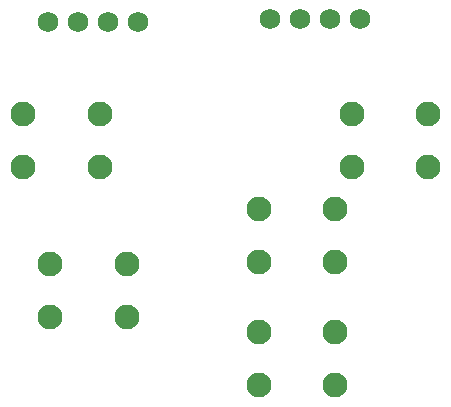
<source format=gts>
G04 Layer: TopSolderMaskLayer*
G04 EasyEDA v6.4.19.5, 2021-05-28T13:43:00+08:00*
G04 7cfbce2159fd45c6b0b03f1904d68946,ce7df3decd3943efa2da757d0dc3e78d,10*
G04 Gerber Generator version 0.2*
G04 Scale: 100 percent, Rotated: No, Reflected: No *
G04 Dimensions in millimeters *
G04 leading zeros omitted , absolute positions ,4 integer and 5 decimal *
%FSLAX45Y45*%
%MOMM*%

%ADD15C,1.7272*%
%ADD16C,2.1016*%

%LPD*%
D15*
G01*
X2870200Y5816600D03*
G01*
X3124200Y5816600D03*
G01*
X3378200Y5816600D03*
G01*
X3632200Y5816600D03*
G01*
X990600Y5791200D03*
G01*
X1244600Y5791200D03*
G01*
X1498600Y5791200D03*
G01*
X1752600Y5791200D03*
D16*
G01*
X1008506Y3742893D03*
G01*
X1658493Y3742893D03*
G01*
X1658493Y3292906D03*
G01*
X1008506Y3292906D03*
G01*
X2773806Y3171393D03*
G01*
X3423793Y3171393D03*
G01*
X3423793Y2721406D03*
G01*
X2773806Y2721406D03*
G01*
X2773806Y4212793D03*
G01*
X3423793Y4212793D03*
G01*
X3423793Y3762806D03*
G01*
X2773806Y3762806D03*
G01*
X3561206Y5012893D03*
G01*
X4211193Y5012893D03*
G01*
X4211193Y4562906D03*
G01*
X3561206Y4562906D03*
G01*
X779906Y5012893D03*
G01*
X1429893Y5012893D03*
G01*
X1429893Y4562906D03*
G01*
X779906Y4562906D03*
M02*

</source>
